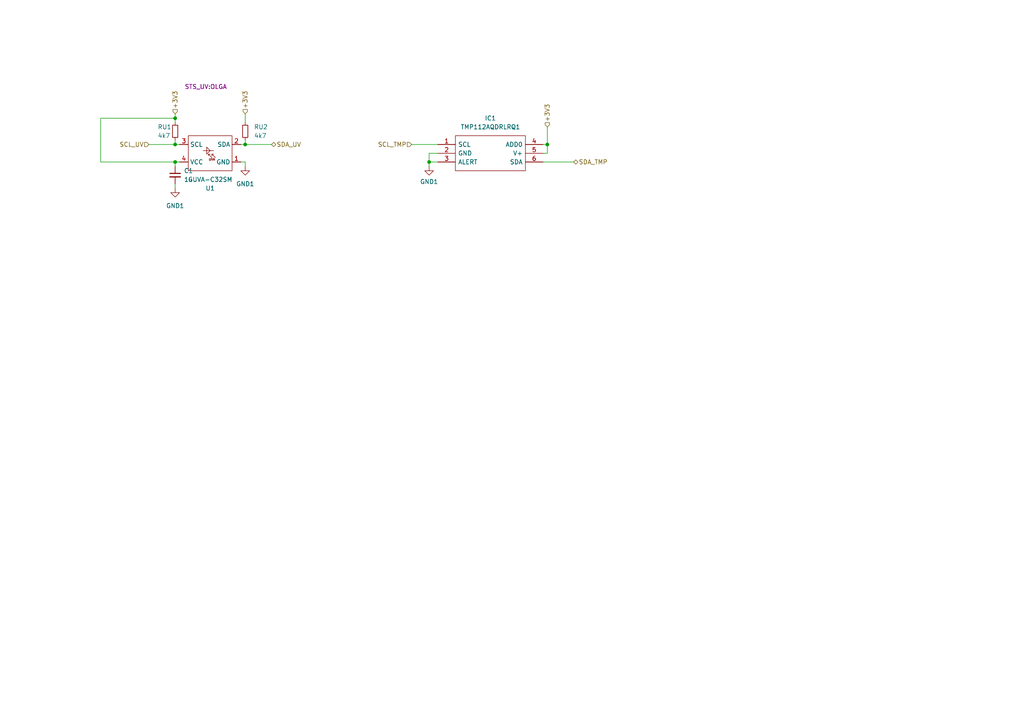
<source format=kicad_sch>
(kicad_sch (version 20230121) (generator eeschema)
  (paper "A4")
  (lib_symbols
    (symbol "Device:C_Small" (pin_numbers hide) (pin_names (offset 0.254) hide)
      (property "Reference" "C" (at 0.254 1.778 0))
      (property "Value" "C_Small" (at 0.254 -2.032 0))
      (symbol "C_Small_0_1"
        (polyline (pts (xy -1.524 -0.508) (xy 1.524 -0.508)) (stroke (width 0.3302)))
        (polyline (pts (xy -1.524 0.508) (xy 1.524 0.508)) (stroke (width 0.3048)))
      )
      (symbol "C_Small_1_1"
        (pin passive line (at 0 2.54 270) (length 2.032) (name "~") (number "1"))
        (pin passive line (at 0 -2.54 90) (length 2.032) (name "~") (number "2"))
      )
    )
    (symbol "Device:R_Small" (pin_numbers hide) (pin_names (offset 0.254) hide)
      (property "Reference" "R" (at 0.762 0.508 0))
      (property "Value" "R_Small" (at 0.762 -1.016 0))
      (symbol "R_Small_0_1"
        (rectangle (start -0.762 1.778) (end 0.762 -1.778) (stroke (width 0.2032)))
      )
      (symbol "R_Small_1_1"
        (pin passive line (at 0 2.54 270) (length 0.762) (name "~") (number "1"))
        (pin passive line (at 0 -2.54 90) (length 0.762) (name "~") (number "2"))
      )
    )
    (symbol "SamacSys:TMP112AQDRLRQ1" (pin_names (offset 0.762))
      (property "Reference" "IC" (at 26.67 7.62 0))
      (property "Value" "TMP112AQDRLRQ1" (at 26.67 5.08 0))
      (symbol "TMP112AQDRLRQ1_0_0"
        (pin passive line (at 0 0 0) (length 5.08) (name "SCL") (number "1"))
        (pin passive line (at 0 -2.54 0) (length 5.08) (name "GND") (number "2"))
        (pin passive line (at 0 -5.08 0) (length 5.08) (name "ALERT") (number "3"))
        (pin passive line (at 30.48 0 180) (length 5.08) (name "ADD0") (number "4"))
        (pin passive line (at 30.48 -2.54 180) (length 5.08) (name "V+") (number "5"))
        (pin passive line (at 30.48 -5.08 180) (length 5.08) (name "SDA") (number "6"))
      )
      (symbol "TMP112AQDRLRQ1_0_1"
        (polyline (pts (xy 5.08 2.54) (xy 25.4 2.54) (xy 25.4 -7.62) (xy 5.08 -7.62) (xy 5.08 2.54)) (stroke (width 0.1524)))
      )
    )
    (symbol "USER_Optic:GUVA-C32SM"
      (property "Reference" "U1" (at 0 10.16 0))
      (property "Value" "GUVA-C32SM" (at 0 7.62 0))
      (property "Footprint" "Package_SO:SO-4_4.4x3.6mm_P2.54mm" (at 1.27 -19.304 0))
      (symbol "GUVA-C32SM_0_0"
        (polyline (pts (xy -0.508 0.254) (xy -1.524 1.27)))
        (polyline (pts (xy 0.508 0.254) (xy -0.508 1.27)))
        (polyline (pts (xy -0.508 0.762) (xy -0.508 0.254) (xy -1.016 0.254)))
        (polyline (pts (xy 0 0.254) (xy 0.508 0.254) (xy 0.508 0.762)))
        (text "UVA" (at -0.508 1.778 0) (effects (font (size 0.635 0.635))))
      )
      (symbol "GUVA-C32SM_0_1"
        (rectangle (start -6.35 5.08) (end 6.35 -5.08))
        (polyline (pts (xy -1.016 -0.762) (xy 2.032 -0.762)))
        (polyline (pts (xy 1.016 -1.778) (xy 0 -0.762)))
        (polyline (pts (xy 0 -0.762) (xy 1.016 0.254) (xy 1.016 -1.778)))
      )
      (symbol "GUVA-C32SM_1_1"
        (pin passive line (at -8.89 2.54 0) (length 2.54) (name "GND") (number "1"))
        (pin bidirectional line (at -8.89 -2.54 0) (length 2.54) (name "SDA") (number "2"))
        (pin input line (at 8.89 -2.54 180) (length 2.54) (name "SCL") (number "3"))
        (pin passive line (at 8.89 2.54 180) (length 2.54) (name "VCC") (number "4"))
      )
    )
    (symbol "power:GND1" (power) (pin_names (offset 0))
      (property "Value" "GND1" (at 0 -3.81 0))
      (symbol "GND1_0_1"
        (polyline (pts (xy 0 0) (xy 0 -1.27) (xy 1.27 -1.27) (xy 0 -2.54) (xy -1.27 -1.27) (xy 0 -1.27)))
      )
      (symbol "GND1_1_1"
        (pin power_in line (at 0 0 270) (length 0) hide (name "GND1") (number "1"))
      )
    )
  )
  (junction (at 124.46 46.99))
  (junction (at 71.12 41.91))
  (junction (at 50.8 34.29))
  (junction (at 50.8 41.91))
  (junction (at 158.75 41.91))
  (junction (at 50.8 46.99))
  (wire (pts (xy 50.8 53.34) (xy 50.8 54.61)))
  (wire (pts (xy 71.12 33.02) (xy 71.12 35.56)))
  (wire (pts (xy 50.8 46.99) (xy 52.07 46.99)))
  (wire (pts (xy 157.48 44.45) (xy 158.75 44.45)))
  (wire (pts (xy 29.21 34.29) (xy 50.8 34.29)))
  (wire (pts (xy 71.12 40.64) (xy 71.12 41.91)))
  (wire (pts (xy 71.12 41.91) (xy 78.74 41.91)))
  (wire (pts (xy 157.48 41.91) (xy 158.75 41.91)))
  (wire (pts (xy 119.38 41.91) (xy 127 41.91)))
  (wire (pts (xy 157.48 46.99) (xy 166.37 46.99)))
  (wire (pts (xy 50.8 33.02) (xy 50.8 34.29)))
  (wire (pts (xy 69.85 46.99) (xy 71.12 46.99)))
  (wire (pts (xy 29.21 46.99) (xy 50.8 46.99)))
  (wire (pts (xy 50.8 34.29) (xy 50.8 35.56)))
  (wire (pts (xy 50.8 41.91) (xy 52.07 41.91)))
  (wire (pts (xy 158.75 41.91) (xy 158.75 44.45)))
  (wire (pts (xy 50.8 46.99) (xy 50.8 48.26)))
  (wire (pts (xy 127 44.45) (xy 124.46 44.45)))
  (wire (pts (xy 43.18 41.91) (xy 50.8 41.91)))
  (wire (pts (xy 50.8 40.64) (xy 50.8 41.91)))
  (wire (pts (xy 71.12 46.99) (xy 71.12 48.26)))
  (wire (pts (xy 29.21 46.99) (xy 29.21 34.29)))
  (wire (pts (xy 69.85 41.91) (xy 71.12 41.91)))
  (wire (pts (xy 158.75 36.83) (xy 158.75 41.91)))
  (wire (pts (xy 124.46 46.99) (xy 124.46 48.26)))
  (wire (pts (xy 124.46 44.45) (xy 124.46 46.99)))
  (wire (pts (xy 127 46.99) (xy 124.46 46.99)))
  (hierarchical_label "SDA_TMP" (shape bidirectional) (at 166.37 46.99 0))
  (hierarchical_label "SDA_UV" (shape bidirectional) (at 78.74 41.91 0))
  (hierarchical_label "+3V3" (shape input) (at 158.75 36.83 90))
  (hierarchical_label "+3V3" (shape input) (at 50.8 33.02 90))
  (hierarchical_label "SCL_TMP" (shape input) (at 119.38 41.91 180))
  (hierarchical_label "+3V3" (shape input) (at 71.12 33.02 90))
  (hierarchical_label "SCL_UV" (shape input) (at 43.18 41.91 180))
  (symbol (lib_id "Device:C_Small") (at 50.8 50.8 0) (unit 1)
    (property "Reference" "C1" (at 53.34 49.5362 0) (effects (justify left)))
    (property "Value" "1u" (at 53.34 52.0762 0) (effects (justify left)))
    (property "Footprint" "Capacitor_SMD:C_0603_1608Metric" (effects hide))
  )
  (symbol (lib_id "power:GND1") (at 50.8 54.61 0) (unit 1)
    (property "Reference" "#PWR02" (effects hide))
    (property "Value" "GND1" (at 50.8 59.69 0))
  )
  (symbol (lib_id "Device:R_Small") (at 50.8 38.1 0) (unit 1)
    (property "Reference" "RU1" (at 45.72 36.83 0) (effects (justify left)))
    (property "Value" "4k7" (at 45.72 39.37 0) (effects (justify left)))
    (property "Footprint" "Resistor_SMD:R_0603_1608Metric" (effects hide))
  )
  (symbol (lib_id "USER_Optic:GUVA-C32SM") (at 60.96 44.45 180) (unit 1)
    (property "Reference" "U1" (at 60.96 54.61 0))
    (property "Value" "GUVA-C32SM" (at 60.96 52.07 0))
    (property "Footprint" "STS_UV:OLGA" (at 59.69 25.146 0))
  )
  (symbol (lib_id "power:GND1") (at 71.12 48.26 0) (unit 1)
    (property "Reference" "#PWR03" (effects hide))
    (property "Value" "GND1" (at 71.12 53.34 0))
  )
  (symbol (lib_id "power:GND1") (at 124.46 48.26 0) (unit 1)
    (property "Reference" "#PWR04" (effects hide))
    (property "Value" "GND1" (at 124.46 52.705 0))
  )
  (symbol (lib_id "Device:R_Small") (at 71.12 38.1 0) (unit 1)
    (property "Reference" "RU2" (at 73.66 36.8299 0) (effects (justify left)))
    (property "Value" "4k7" (at 73.66 39.3699 0) (effects (justify left)))
    (property "Footprint" "Resistor_SMD:R_0603_1608Metric" (effects hide))
  )
  (symbol (lib_id "SamacSys:TMP112AQDRLRQ1") (at 127 41.91 0) (unit 1)
    (property "Reference" "IC1" (at 142.24 34.29 0))
    (property "Value" "TMP112AQDRLRQ1" (at 142.24 36.83 0))
    (property "Footprint" "Package_TO_SOT_SMD:SOT-563" (effects hide))
    (property "Datasheet" "http://www.ti.com/lit/gpn/tmp112-q1" (effects hide))
    (property "Description" "Automotive Grade, 1.4V-Capable +/-0.5C Temperature Sensor with Alert Function and I2C/SMBus" (effects hide))
    (property "Height" "0.6" (effects hide))
    (property "Mouser Part Number" "595-TMP112AQDRLRQ1" (effects hide))
    (property "Mouser Price/Stock" "https://www.mouser.co.uk/ProductDetail/Texas-Instruments/TMP112AQDRLRQ1?qs=asCBFxFfL1Q5YmJCm%252BGnCQ%3D%3D" (effects hide))
    (property "Manufacturer_Name" "Texas Instruments" (effects hide))
    (property "Manufacturer_Part_Number" "TMP112AQDRLRQ1" (effects hide))
  )
)
</source>
